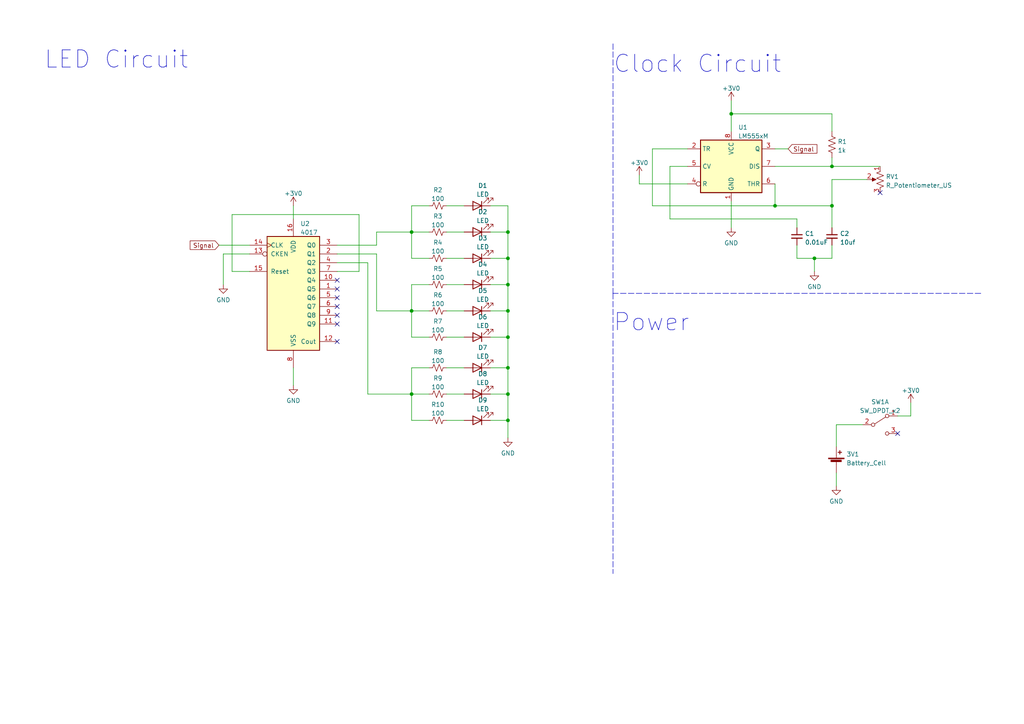
<source format=kicad_sch>
(kicad_sch (version 20211123) (generator eeschema)
  (paper "A4")
  (lib_symbols
    (symbol "4xxx:4017" (pin_names (offset 1.016))
      (property "Reference" "U" (at -7.62 16.51 0))
      (property "Value" "4017" (at -7.62 -19.05 0))
      (symbol "4017_1_0"
        (pin output line (at 12.7 0 180) (length 5.08) (name "Q5") (number "1"))
        (pin output line (at 12.7 2.54 180) (length 5.08) (name "Q4") (number "10"))
        (pin output line (at 12.7 -10.16 180) (length 5.08) (name "Q9") (number "11"))
        (pin output line (at 12.7 -15.24 180) (length 5.08) (name "Cout") (number "12"))
        (pin input inverted (at -12.7 10.16 0) (length 5.08) (name "CKEN") (number "13"))
        (pin input clock (at -12.7 12.7 0) (length 5.08) (name "CLK") (number "14"))
        (pin input line (at -12.7 5.08 0) (length 5.08) (name "Reset") (number "15"))
        (pin power_in line (at 0 20.32 270) (length 5.08) (name "VDD") (number "16"))
        (pin output line (at 12.7 10.16 180) (length 5.08) (name "Q1") (number "2"))
        (pin output line (at 12.7 12.7 180) (length 5.08) (name "Q0") (number "3"))
        (pin output line (at 12.7 7.62 180) (length 5.08) (name "Q2") (number "4"))
        (pin output line (at 12.7 -2.54 180) (length 5.08) (name "Q6") (number "5"))
        (pin output line (at 12.7 -5.08 180) (length 5.08) (name "Q7") (number "6"))
        (pin output line (at 12.7 5.08 180) (length 5.08) (name "Q3") (number "7"))
        (pin power_in line (at 0 -22.86 90) (length 5.08) (name "VSS") (number "8"))
        (pin output line (at 12.7 -7.62 180) (length 5.08) (name "Q8") (number "9"))
      )
      (symbol "4017_1_1"
        (rectangle (start -7.62 15.24) (end 7.62 -17.78) (stroke (width 0.254)) (fill (type background)))
      )
    )
    (symbol "Device:Battery_Cell" (pin_numbers hide) (pin_names (offset 0) hide)
      (property "Reference" "BT" (at 2.54 2.54 0))
      (property "Value" "Battery_Cell" (at 2.54 0 0))
      (symbol "Battery_Cell_0_1"
        (rectangle (start -2.286 1.778) (end 2.286 1.524) (fill (type outline)))
        (rectangle (start -1.5748 1.1938) (end 1.4732 0.6858) (fill (type outline)))
        (polyline (pts (xy 0 0.762) (xy 0 0)))
        (polyline (pts (xy 0 1.778) (xy 0 2.54)))
        (polyline (pts (xy 0.508 3.429) (xy 1.524 3.429)) (stroke (width 0.254)))
        (polyline (pts (xy 1.016 3.937) (xy 1.016 2.921)) (stroke (width 0.254)))
      )
      (symbol "Battery_Cell_1_1"
        (pin passive line (at 0 5.08 270) (length 2.54) (name "+") (number "1"))
        (pin passive line (at 0 -2.54 90) (length 2.54) (name "-") (number "2"))
      )
    )
    (symbol "Device:C_Small" (pin_numbers hide) (pin_names (offset 0.254) hide)
      (property "Reference" "C" (at 0.254 1.778 0))
      (property "Value" "C_Small" (at 0.254 -2.032 0))
      (symbol "C_Small_0_1"
        (polyline (pts (xy -1.524 -0.508) (xy 1.524 -0.508)) (stroke (width 0.3302)))
        (polyline (pts (xy -1.524 0.508) (xy 1.524 0.508)) (stroke (width 0.3048)))
      )
      (symbol "C_Small_1_1"
        (pin passive line (at 0 2.54 270) (length 2.032) (name "~") (number "1"))
        (pin passive line (at 0 -2.54 90) (length 2.032) (name "~") (number "2"))
      )
    )
    (symbol "Device:LED" (pin_numbers hide) (pin_names (offset 1.016) hide)
      (property "Reference" "D" (at 0 2.54 0))
      (property "Value" "LED" (at 0 -2.54 0))
      (symbol "LED_0_1"
        (polyline (pts (xy -1.27 -1.27) (xy -1.27 1.27)) (stroke (width 0.254)))
        (polyline (pts (xy -1.27 0) (xy 1.27 0)))
        (polyline (pts (xy 1.27 -1.27) (xy 1.27 1.27) (xy -1.27 0) (xy 1.27 -1.27)) (stroke (width 0.254)))
        (polyline (pts (xy -3.048 -0.762) (xy -4.572 -2.286) (xy -3.81 -2.286) (xy -4.572 -2.286) (xy -4.572 -1.524)))
        (polyline (pts (xy -1.778 -0.762) (xy -3.302 -2.286) (xy -2.54 -2.286) (xy -3.302 -2.286) (xy -3.302 -1.524)))
      )
      (symbol "LED_1_1"
        (pin passive line (at -3.81 0 0) (length 2.54) (name "K") (number "1"))
        (pin passive line (at 3.81 0 180) (length 2.54) (name "A") (number "2"))
      )
    )
    (symbol "Device:R_Potentiometer_US" (pin_names (offset 1.016) hide)
      (property "Reference" "RV" (at -4.445 0 90))
      (property "Value" "R_Potentiometer_US" (at -2.54 0 90))
      (symbol "R_Potentiometer_US_0_1"
        (polyline (pts (xy 0 -2.286) (xy 0 -2.54)))
        (polyline (pts (xy 0 2.54) (xy 0 2.286)))
        (polyline (pts (xy 2.54 0) (xy 1.524 0)))
        (polyline (pts (xy 1.143 0) (xy 2.286 0.508) (xy 2.286 -0.508) (xy 1.143 0)) (fill (type outline)))
        (polyline (pts (xy 0 -0.762) (xy 1.016 -1.143) (xy 0 -1.524) (xy -1.016 -1.905) (xy 0 -2.286)))
        (polyline (pts (xy 0 0.762) (xy 1.016 0.381) (xy 0 0) (xy -1.016 -0.381) (xy 0 -0.762)))
        (polyline (pts (xy 0 2.286) (xy 1.016 1.905) (xy 0 1.524) (xy -1.016 1.143) (xy 0 0.762)))
      )
      (symbol "R_Potentiometer_US_1_1"
        (pin passive line (at 0 3.81 270) (length 1.27) (name "1") (number "1"))
        (pin passive line (at 3.81 0 180) (length 1.27) (name "2") (number "2"))
        (pin passive line (at 0 -3.81 90) (length 1.27) (name "3") (number "3"))
      )
    )
    (symbol "Device:R_Small_US" (pin_numbers hide) (pin_names (offset 0.254) hide)
      (property "Reference" "R" (at 0.762 0.508 0))
      (property "Value" "R_Small_US" (at 0.762 -1.016 0))
      (symbol "R_Small_US_1_1"
        (polyline (pts (xy 0 0) (xy 1.016 -0.381) (xy 0 -0.762) (xy -1.016 -1.143) (xy 0 -1.524)))
        (polyline (pts (xy 0 1.524) (xy 1.016 1.143) (xy 0 0.762) (xy -1.016 0.381) (xy 0 0)))
        (pin passive line (at 0 2.54 270) (length 1.016) (name "~") (number "1"))
        (pin passive line (at 0 -2.54 90) (length 1.016) (name "~") (number "2"))
      )
    )
    (symbol "Device:R_US" (pin_numbers hide) (pin_names (offset 0))
      (property "Reference" "R" (at 2.54 0 90))
      (property "Value" "R_US" (at -2.54 0 90))
      (symbol "R_US_0_1"
        (polyline (pts (xy 0 -2.286) (xy 0 -2.54)))
        (polyline (pts (xy 0 2.286) (xy 0 2.54)))
        (polyline (pts (xy 0 -0.762) (xy 1.016 -1.143) (xy 0 -1.524) (xy -1.016 -1.905) (xy 0 -2.286)))
        (polyline (pts (xy 0 0.762) (xy 1.016 0.381) (xy 0 0) (xy -1.016 -0.381) (xy 0 -0.762)))
        (polyline (pts (xy 0 2.286) (xy 1.016 1.905) (xy 0 1.524) (xy -1.016 1.143) (xy 0 0.762)))
      )
      (symbol "R_US_1_1"
        (pin passive line (at 0 3.81 270) (length 1.27) (name "~") (number "1"))
        (pin passive line (at 0 -3.81 90) (length 1.27) (name "~") (number "2"))
      )
    )
    (symbol "Switch:SW_DPDT_x2" (pin_names (offset 0) hide)
      (property "Reference" "SW" (at 0 4.318 0))
      (property "Value" "SW_DPDT_x2" (at 0 -5.08 0))
      (symbol "SW_DPDT_x2_0_0"
        (circle (center -2.032 0) (radius 0.508))
        (circle (center 2.032 -2.54) (radius 0.508))
      )
      (symbol "SW_DPDT_x2_0_1"
        (polyline (pts (xy -1.524 0.254) (xy 1.651 2.286)))
        (circle (center 2.032 2.54) (radius 0.508))
      )
      (symbol "SW_DPDT_x2_1_1"
        (pin passive line (at 5.08 2.54 180) (length 2.54) (name "A") (number "1"))
        (pin passive line (at -5.08 0 0) (length 2.54) (name "B") (number "2"))
        (pin passive line (at 5.08 -2.54 180) (length 2.54) (name "C") (number "3"))
      )
      (symbol "SW_DPDT_x2_2_1"
        (pin passive line (at 5.08 2.54 180) (length 2.54) (name "A") (number "4"))
        (pin passive line (at -5.08 0 0) (length 2.54) (name "B") (number "5"))
        (pin passive line (at 5.08 -2.54 180) (length 2.54) (name "C") (number "6"))
      )
    )
    (symbol "Timer:LM555xM"
      (property "Reference" "U" (at -10.16 8.89 0))
      (property "Value" "LM555xM" (at 2.54 8.89 0))
      (symbol "LM555xM_0_0"
        (pin power_in line (at 0 -10.16 90) (length 2.54) (name "GND") (number "1"))
        (pin power_in line (at 0 10.16 270) (length 2.54) (name "VCC") (number "8"))
      )
      (symbol "LM555xM_0_1"
        (rectangle (start -8.89 -7.62) (end 8.89 7.62) (stroke (width 0.254)) (fill (type background)))
        (rectangle (start -8.89 -7.62) (end 8.89 7.62) (stroke (width 0.254)) (fill (type background)))
      )
      (symbol "LM555xM_1_1"
        (pin input line (at -12.7 5.08 0) (length 3.81) (name "TR") (number "2"))
        (pin output line (at 12.7 5.08 180) (length 3.81) (name "Q") (number "3"))
        (pin input inverted (at -12.7 -5.08 0) (length 3.81) (name "R") (number "4"))
        (pin input line (at -12.7 0 0) (length 3.81) (name "CV") (number "5"))
        (pin input line (at 12.7 -5.08 180) (length 3.81) (name "THR") (number "6"))
        (pin input line (at 12.7 0 180) (length 3.81) (name "DIS") (number "7"))
      )
    )
    (symbol "power:+3V0" (power) (pin_names (offset 0))
      (property "Value" "+3V0" (at 0 3.556 0))
      (symbol "+3V0_0_1"
        (polyline (pts (xy -0.762 1.27) (xy 0 2.54)))
        (polyline (pts (xy 0 0) (xy 0 2.54)))
        (polyline (pts (xy 0 2.54) (xy 0.762 1.27)))
      )
      (symbol "+3V0_1_1"
        (pin power_in line (at 0 0 90) (length 0) hide (name "+3V0") (number "1"))
      )
    )
    (symbol "power:GND" (power) (pin_names (offset 0))
      (property "Value" "GND" (at 0 -3.81 0))
      (symbol "GND_0_1"
        (polyline (pts (xy 0 0) (xy 0 -1.27) (xy 1.27 -1.27) (xy 0 -2.54) (xy -1.27 -1.27) (xy 0 -1.27)))
      )
      (symbol "GND_1_1"
        (pin power_in line (at 0 0 270) (length 0) hide (name "GND") (number "1"))
      )
    )
  )
  (junction (at 241.3 59.69))
  (junction (at 236.22 74.93))
  (junction (at 119.38 90.17))
  (junction (at 147.32 106.68))
  (junction (at 147.32 97.79))
  (junction (at 224.79 59.69))
  (junction (at 147.32 121.92))
  (junction (at 119.38 67.31))
  (junction (at 241.3 48.26))
  (junction (at 147.32 67.31))
  (junction (at 212.09 33.02))
  (junction (at 147.32 90.17))
  (junction (at 147.32 114.3))
  (junction (at 147.32 74.93))
  (junction (at 119.38 114.3))
  (junction (at 147.32 82.55))
  (no_connect (at 97.79 99.06))
  (no_connect (at 97.79 81.28))
  (no_connect (at 97.79 83.82))
  (no_connect (at 97.79 86.36))
  (no_connect (at 97.79 88.9))
  (no_connect (at 97.79 91.44))
  (no_connect (at 97.79 93.98))
  (no_connect (at 255.27 55.88))
  (no_connect (at 260.35 125.73))
  (wire (pts (xy 129.54 74.93) (xy 134.62 74.93)))
  (wire (pts (xy 242.57 123.19) (xy 242.57 129.54)))
  (wire (pts (xy 147.32 97.79) (xy 147.32 106.68)))
  (wire (pts (xy 241.3 59.69) (xy 241.3 66.04)))
  (wire (pts (xy 119.38 106.68) (xy 119.38 114.3)))
  (wire (pts (xy 185.42 50.8) (xy 185.42 53.34)))
  (wire (pts (xy 147.32 106.68) (xy 147.32 114.3)))
  (wire (pts (xy 119.38 114.3) (xy 119.38 121.92)))
  (polyline (pts (xy 177.8 85.09) (xy 177.8 166.37)))
  (wire (pts (xy 129.54 59.69) (xy 134.62 59.69)))
  (wire (pts (xy 231.14 63.5) (xy 231.14 66.04)))
  (wire (pts (xy 241.3 71.12) (xy 241.3 74.93)))
  (wire (pts (xy 224.79 43.18) (xy 228.6 43.18)))
  (wire (pts (xy 199.39 48.26) (xy 194.31 48.26)))
  (wire (pts (xy 129.54 106.68) (xy 134.62 106.68)))
  (wire (pts (xy 194.31 48.26) (xy 194.31 63.5)))
  (wire (pts (xy 124.46 82.55) (xy 119.38 82.55)))
  (wire (pts (xy 119.38 67.31) (xy 109.22 67.31)))
  (wire (pts (xy 124.46 106.68) (xy 119.38 106.68)))
  (wire (pts (xy 119.38 82.55) (xy 119.38 90.17)))
  (wire (pts (xy 241.3 33.02) (xy 241.3 38.1)))
  (wire (pts (xy 119.38 74.93) (xy 124.46 74.93)))
  (wire (pts (xy 212.09 33.02) (xy 212.09 38.1)))
  (wire (pts (xy 63.5 71.12) (xy 72.39 71.12)))
  (wire (pts (xy 189.23 59.69) (xy 224.79 59.69)))
  (wire (pts (xy 124.46 59.69) (xy 119.38 59.69)))
  (wire (pts (xy 72.39 73.66) (xy 64.77 73.66)))
  (wire (pts (xy 142.24 114.3) (xy 147.32 114.3)))
  (wire (pts (xy 129.54 67.31) (xy 134.62 67.31)))
  (polyline (pts (xy 284.48 85.09) (xy 177.8 85.09)))
  (wire (pts (xy 147.32 121.92) (xy 147.32 127)))
  (wire (pts (xy 119.38 90.17) (xy 109.22 90.17)))
  (wire (pts (xy 119.38 67.31) (xy 119.38 74.93)))
  (wire (pts (xy 189.23 43.18) (xy 189.23 59.69)))
  (wire (pts (xy 119.38 97.79) (xy 124.46 97.79)))
  (wire (pts (xy 242.57 123.19) (xy 250.19 123.19)))
  (wire (pts (xy 104.14 62.23) (xy 67.31 62.23)))
  (wire (pts (xy 119.38 67.31) (xy 124.46 67.31)))
  (wire (pts (xy 67.31 62.23) (xy 67.31 78.74)))
  (wire (pts (xy 97.79 78.74) (xy 104.14 78.74)))
  (wire (pts (xy 142.24 106.68) (xy 147.32 106.68)))
  (wire (pts (xy 212.09 33.02) (xy 241.3 33.02)))
  (wire (pts (xy 97.79 76.2) (xy 106.68 76.2)))
  (wire (pts (xy 142.24 59.69) (xy 147.32 59.69)))
  (wire (pts (xy 147.32 74.93) (xy 147.32 82.55)))
  (wire (pts (xy 147.32 121.92) (xy 142.24 121.92)))
  (wire (pts (xy 241.3 52.07) (xy 241.3 59.69)))
  (wire (pts (xy 224.79 59.69) (xy 241.3 59.69)))
  (wire (pts (xy 109.22 71.12) (xy 97.79 71.12)))
  (wire (pts (xy 104.14 78.74) (xy 104.14 62.23)))
  (wire (pts (xy 264.16 116.84) (xy 264.16 120.65)))
  (polyline (pts (xy 177.8 12.7) (xy 177.8 85.09)))
  (wire (pts (xy 109.22 90.17) (xy 109.22 73.66)))
  (wire (pts (xy 129.54 114.3) (xy 134.62 114.3)))
  (wire (pts (xy 142.24 90.17) (xy 147.32 90.17)))
  (wire (pts (xy 147.32 59.69) (xy 147.32 67.31)))
  (wire (pts (xy 67.31 78.74) (xy 72.39 78.74)))
  (wire (pts (xy 129.54 97.79) (xy 134.62 97.79)))
  (wire (pts (xy 241.3 48.26) (xy 255.27 48.26)))
  (wire (pts (xy 129.54 82.55) (xy 134.62 82.55)))
  (wire (pts (xy 97.79 73.66) (xy 109.22 73.66)))
  (wire (pts (xy 119.38 114.3) (xy 124.46 114.3)))
  (wire (pts (xy 119.38 121.92) (xy 124.46 121.92)))
  (wire (pts (xy 241.3 45.72) (xy 241.3 48.26)))
  (wire (pts (xy 241.3 74.93) (xy 236.22 74.93)))
  (wire (pts (xy 199.39 43.18) (xy 189.23 43.18)))
  (wire (pts (xy 129.54 121.92) (xy 134.62 121.92)))
  (wire (pts (xy 85.09 59.69) (xy 85.09 63.5)))
  (wire (pts (xy 147.32 67.31) (xy 147.32 74.93)))
  (wire (pts (xy 109.22 67.31) (xy 109.22 71.12)))
  (wire (pts (xy 142.24 67.31) (xy 147.32 67.31)))
  (wire (pts (xy 106.68 114.3) (xy 106.68 76.2)))
  (wire (pts (xy 236.22 74.93) (xy 231.14 74.93)))
  (wire (pts (xy 194.31 63.5) (xy 231.14 63.5)))
  (wire (pts (xy 199.39 53.34) (xy 185.42 53.34)))
  (wire (pts (xy 251.46 52.07) (xy 241.3 52.07)))
  (wire (pts (xy 119.38 114.3) (xy 106.68 114.3)))
  (wire (pts (xy 242.57 137.16) (xy 242.57 140.97)))
  (wire (pts (xy 129.54 90.17) (xy 134.62 90.17)))
  (wire (pts (xy 147.32 97.79) (xy 142.24 97.79)))
  (wire (pts (xy 147.32 90.17) (xy 147.32 97.79)))
  (wire (pts (xy 85.09 106.68) (xy 85.09 111.76)))
  (wire (pts (xy 231.14 74.93) (xy 231.14 71.12)))
  (wire (pts (xy 119.38 59.69) (xy 119.38 67.31)))
  (wire (pts (xy 212.09 66.04) (xy 212.09 58.42)))
  (wire (pts (xy 64.77 73.66) (xy 64.77 82.55)))
  (wire (pts (xy 224.79 53.34) (xy 224.79 59.69)))
  (wire (pts (xy 147.32 74.93) (xy 142.24 74.93)))
  (wire (pts (xy 147.32 82.55) (xy 147.32 90.17)))
  (wire (pts (xy 260.35 120.65) (xy 264.16 120.65)))
  (wire (pts (xy 212.09 29.21) (xy 212.09 33.02)))
  (wire (pts (xy 241.3 48.26) (xy 224.79 48.26)))
  (wire (pts (xy 142.24 82.55) (xy 147.32 82.55)))
  (wire (pts (xy 119.38 90.17) (xy 124.46 90.17)))
  (wire (pts (xy 236.22 74.93) (xy 236.22 78.74)))
  (wire (pts (xy 147.32 114.3) (xy 147.32 121.92)))
  (wire (pts (xy 119.38 90.17) (xy 119.38 97.79)))
  (text "Clock Circuit" (at 177.8 21.59 0) (effects (font (size 5 5)) (justify left bottom)))
  (text "Power" (at 177.8 96.52 0) (effects (font (size 5 5)) (justify left bottom)))
  (text "LED Circuit" (at 12.7 20.32 0) (effects (font (size 5 5)) (justify left bottom)))
  (global_label "Signal" (shape input) (at 228.6 43.18 0) (property "Intersheet References" "${INTERSHEET_REFS}" (effects hide)))
  (global_label "Signal" (shape input) (at 63.5 71.12 180) (property "Intersheet References" "${INTERSHEET_REFS}" (effects hide)))
  (symbol (lib_id "Device:LED") (at 138.43 59.69 180) (unit 1)
    (property "Reference" "D1" (at 140.0175 53.8312 0))
    (property "Value" "LED" (at 140.0175 56.3681 0))
    (property "Footprint" "IEEEOrnamentupdate1:IN-S63AT" (effects hide))
  )
  (symbol (lib_id "Device:LED") (at 138.43 106.68 180) (unit 1)
    (property "Reference" "D7" (at 140.0175 100.8212 0))
    (property "Value" "LED" (at 140.0175 103.3581 0))
    (property "Footprint" "IEEEOrnamentupdate1:IN-S63AT" (effects hide))
  )
  (symbol (lib_id "Timer:LM555xM") (at 212.09 48.26 0) (unit 1)
    (property "Reference" "U1" (at 214.1094 36.9402 0) (effects (justify left)))
    (property "Value" "LM555xM" (at 214.1094 39.4771 0) (effects (justify left)))
    (property "Footprint" "Package_SO:SOIC-8_3.9x4.9mm_P1.27mm" (effects hide))
    (property "Datasheet" "http://www.ti.com/lit/ds/symlink/lm555.pdf" (effects hide))
  )
  (symbol (lib_id "power:GND") (at 64.77 82.55 0) (unit 1)
    (property "Reference" "#PWR0105" (effects hide))
    (property "Value" "GND" (at 64.77 86.9934 0))
  )
  (symbol (lib_id "Device:R_Small_US") (at 127 90.17 90) (unit 1)
    (property "Reference" "R6" (at 127 85.5812 90))
    (property "Value" "100" (at 127 88.1181 90))
    (property "Footprint" "Resistor_SMD:R_0603_1608Metric_Pad0.98x0.95mm_HandSolder" (effects hide))
  )
  (symbol (lib_id "Device:LED") (at 138.43 90.17 180) (unit 1)
    (property "Reference" "D5" (at 140.0175 84.3112 0))
    (property "Value" "LED" (at 140.0175 86.8481 0))
    (property "Footprint" "IEEEOrnamentupdate1:IN-S63AT" (effects hide))
  )
  (symbol (lib_id "power:GND") (at 236.22 78.74 0) (unit 1)
    (property "Reference" "#PWR0109" (effects hide))
    (property "Value" "GND" (at 236.22 83.1834 0))
  )
  (symbol (lib_id "Device:R_Small_US") (at 127 97.79 90) (unit 1)
    (property "Reference" "R7" (at 127 93.2012 90))
    (property "Value" "100" (at 127 95.7381 90))
    (property "Footprint" "Resistor_SMD:R_0603_1608Metric_Pad0.98x0.95mm_HandSolder" (effects hide))
  )
  (symbol (lib_id "Device:LED") (at 138.43 97.79 180) (unit 1)
    (property "Reference" "D6" (at 140.0175 91.9312 0))
    (property "Value" "LED" (at 140.0175 94.4681 0))
    (property "Footprint" "IEEEOrnamentupdate1:IN-S63AT" (effects hide))
  )
  (symbol (lib_id "Device:R_Small_US") (at 127 121.92 90) (unit 1)
    (property "Reference" "R10" (at 127 117.3312 90))
    (property "Value" "100" (at 127 119.8681 90))
    (property "Footprint" "Resistor_SMD:R_0603_1608Metric_Pad0.98x0.95mm_HandSolder" (effects hide))
  )
  (symbol (lib_id "power:GND") (at 85.09 111.76 0) (unit 1)
    (property "Reference" "#PWR0101" (effects hide))
    (property "Value" "GND" (at 85.09 116.2034 0))
  )
  (symbol (lib_id "Device:C_Small") (at 231.14 68.58 0) (unit 1)
    (property "Reference" "C1" (at 233.4641 67.7516 0) (effects (justify left)))
    (property "Value" "0.01uF" (at 233.4641 70.2885 0) (effects (justify left)))
    (property "Footprint" "Capacitor_THT:CP_Radial_D5.0mm_P2.00mm" (effects hide))
  )
  (symbol (lib_id "power:GND") (at 147.32 127 0) (unit 1)
    (property "Reference" "#PWR0102" (effects hide))
    (property "Value" "GND" (at 147.32 131.4434 0))
  )
  (symbol (lib_id "Device:R_Small_US") (at 127 82.55 90) (unit 1)
    (property "Reference" "R5" (at 127 77.9612 90))
    (property "Value" "100" (at 127 80.4981 90))
    (property "Footprint" "Resistor_SMD:R_0603_1608Metric_Pad0.98x0.95mm_HandSolder" (effects hide))
  )
  (symbol (lib_id "power:+3V0") (at 85.09 59.69 0) (unit 1)
    (property "Reference" "#PWR0106" (effects hide))
    (property "Value" "+3V0" (at 85.09 56.1142 0))
  )
  (symbol (lib_id "Device:R_Small_US") (at 127 74.93 90) (unit 1)
    (property "Reference" "R4" (at 127 70.3412 90))
    (property "Value" "100" (at 127 72.8781 90))
    (property "Footprint" "Resistor_SMD:R_0603_1608Metric_Pad0.98x0.95mm_HandSolder" (effects hide))
  )
  (symbol (lib_id "Device:LED") (at 138.43 82.55 180) (unit 1)
    (property "Reference" "D4" (at 140.0175 76.6912 0))
    (property "Value" "LED" (at 140.0175 79.2281 0))
    (property "Footprint" "IEEEOrnamentupdate1:IN-S63AT" (effects hide))
  )
  (symbol (lib_id "Device:Battery_Cell") (at 242.57 134.62 0) (unit 1)
    (property "Reference" "3V1" (at 245.491 131.7533 0) (effects (justify left)))
    (property "Value" "Battery_Cell" (at 245.491 134.2902 0) (effects (justify left)))
    (property "Footprint" "IEEEOrnamentupdate1:CR2025TR" (effects hide))
  )
  (symbol (lib_id "Device:R_Small_US") (at 127 114.3 90) (unit 1)
    (property "Reference" "R9" (at 127 109.7112 90))
    (property "Value" "100" (at 127 112.2481 90))
    (property "Footprint" "Resistor_SMD:R_0603_1608Metric_Pad0.98x0.95mm_HandSolder" (effects hide))
  )
  (symbol (lib_id "Device:R_US") (at 241.3 41.91 0) (unit 1)
    (property "Reference" "R1" (at 242.951 41.0753 0) (effects (justify left)))
    (property "Value" "1k" (at 242.951 43.6122 0) (effects (justify left)))
    (property "Footprint" "Resistor_THT:R_Axial_DIN0207_L6.3mm_D2.5mm_P7.62mm_Horizontal" (effects hide))
  )
  (symbol (lib_id "Device:LED") (at 138.43 74.93 180) (unit 1)
    (property "Reference" "D3" (at 140.0175 69.0712 0))
    (property "Value" "LED" (at 140.0175 71.6081 0))
    (property "Footprint" "IEEEOrnamentupdate1:IN-S63AT" (effects hide))
  )
  (symbol (lib_id "Device:R_Small_US") (at 127 59.69 90) (unit 1)
    (property "Reference" "R2" (at 127 55.1012 90))
    (property "Value" "100" (at 127 57.6381 90))
    (property "Footprint" "Resistor_SMD:R_0603_1608Metric_Pad0.98x0.95mm_HandSolder" (effects hide))
  )
  (symbol (lib_id "Device:R_Potentiometer_US") (at 255.27 52.07 0) (mirror y) (unit 1)
    (property "Reference" "RV1" (at 256.921 51.2353 0) (effects (justify right)))
    (property "Value" "R_Potentiometer_US" (at 256.921 53.7722 0) (effects (justify right)))
    (property "Footprint" "IEEEOrnamentupdate1:CT6EP504" (effects hide))
  )
  (symbol (lib_id "Device:LED") (at 138.43 114.3 180) (unit 1)
    (property "Reference" "D8" (at 140.0175 108.4412 0))
    (property "Value" "LED" (at 140.0175 110.9781 0))
    (property "Footprint" "IEEEOrnamentupdate1:IN-S63AT" (effects hide))
  )
  (symbol (lib_id "Device:C_Small") (at 241.3 68.58 0) (unit 1)
    (property "Reference" "C2" (at 243.6241 67.7516 0) (effects (justify left)))
    (property "Value" "10uf" (at 243.6241 70.2885 0) (effects (justify left)))
    (property "Footprint" "Capacitor_THT:CP_Radial_D5.0mm_P2.00mm" (effects hide))
  )
  (symbol (lib_id "Device:R_Small_US") (at 127 106.68 90) (unit 1)
    (property "Reference" "R8" (at 127 102.0912 90))
    (property "Value" "100" (at 127 104.6281 90))
    (property "Footprint" "Resistor_SMD:R_0603_1608Metric_Pad0.98x0.95mm_HandSolder" (effects hide))
  )
  (symbol (lib_id "4xxx:4017") (at 85.09 83.82 0) (unit 1)
    (property "Reference" "U2" (at 87.1094 64.8802 0) (effects (justify left)))
    (property "Value" "4017" (at 87.1094 67.4171 0) (effects (justify left)))
    (property "Footprint" "IEEEOrnamentupdate1:4017" (effects hide))
    (property "Datasheet" "http://www.intersil.com/content/dam/Intersil/documents/cd40/cd4017bms-22bms.pdf" (effects hide))
  )
  (symbol (lib_id "power:+3V0") (at 212.09 29.21 0) (unit 1)
    (property "Reference" "#PWR0107" (effects hide))
    (property "Value" "+3V0" (at 212.09 25.6342 0))
  )
  (symbol (lib_id "Device:R_Small_US") (at 127 67.31 90) (unit 1)
    (property "Reference" "R3" (at 127 62.7212 90))
    (property "Value" "100" (at 127 65.2581 90))
    (property "Footprint" "Resistor_SMD:R_0603_1608Metric_Pad0.98x0.95mm_HandSolder" (effects hide))
  )
  (symbol (lib_id "Switch:SW_DPDT_x2") (at 255.27 123.19 0) (unit 1)
    (property "Reference" "SW1" (at 255.27 116.5692 0))
    (property "Value" "SW_DPDT_x2" (at 255.27 119.1061 0))
    (property "Footprint" "IEEEOrnamentupdate1:EG1218" (effects hide))
  )
  (symbol (lib_id "power:GND") (at 212.09 66.04 0) (unit 1)
    (property "Reference" "#PWR0110" (effects hide))
    (property "Value" "GND" (at 212.09 70.4834 0))
  )
  (symbol (lib_id "power:+3V0") (at 185.42 50.8 0) (unit 1)
    (property "Reference" "#PWR0108" (effects hide))
    (property "Value" "+3V0" (at 185.42 47.2242 0))
  )
  (symbol (lib_id "power:GND") (at 242.57 140.97 0) (unit 1)
    (property "Reference" "#PWR0104" (effects hide))
    (property "Value" "GND" (at 242.57 145.4134 0))
  )
  (symbol (lib_id "power:+3V0") (at 264.16 116.84 0) (unit 1)
    (property "Reference" "#PWR0103" (effects hide))
    (property "Value" "+3V0" (at 264.16 113.2642 0))
  )
  (symbol (lib_id "Device:LED") (at 138.43 67.31 180) (unit 1)
    (property "Reference" "D2" (at 140.0175 61.4512 0))
    (property "Value" "LED" (at 140.0175 63.9881 0))
    (property "Footprint" "IEEEOrnamentupdate1:IN-S63AT" (effects hide))
  )
  (symbol (lib_id "Device:LED") (at 138.43 121.92 180) (unit 1)
    (property "Reference" "D9" (at 140.0175 116.0612 0))
    (property "Value" "LED" (at 140.0175 118.5981 0))
    (property "Footprint" "IEEEOrnamentupdate1:IN-S63AT" (effects hide))
  )
)
</source>
